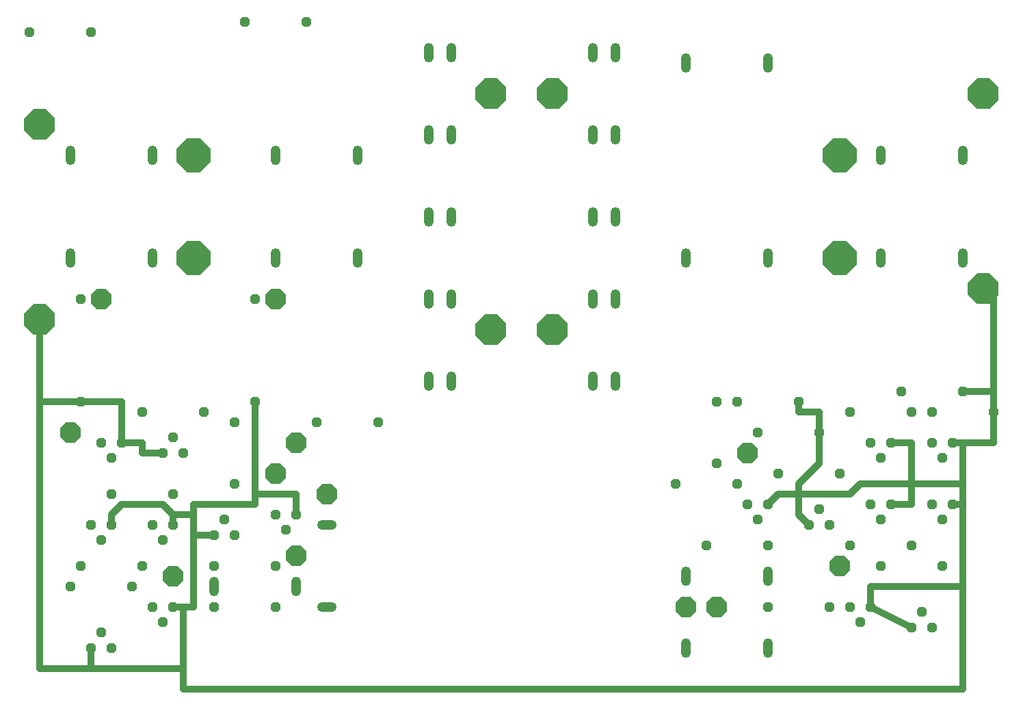
<source format=gbr>
G04 EasyPC Gerber Version 20.0.2 Build 4112 *
%FSLAX24Y24*%
%MOIN*%
%AMT13*0 Octagon Pad at angle 0*4,1,8,-0.00994,-0.02400,0.00994,-0.02400,0.02400,-0.00994,0.02400,0.00994,0.00994,0.02400,-0.00994,0.02400,-0.02400,0.00994,-0.02400,-0.00994,-0.00994,-0.02400,0*%
%ADD13T13*%
%AMT15*0 Octagon Pad at angle 0*4,1,8,-0.02071,-0.05000,0.02071,-0.05000,0.05000,-0.02071,0.05000,0.02071,0.02071,0.05000,-0.02071,0.05000,-0.05000,0.02071,-0.05000,-0.02071,-0.02071,-0.05000,0*%
%ADD15T15*%
%AMT16*0 Octagon Pad at angle 0*4,1,8,-0.03107,-0.07500,0.03107,-0.07500,0.07500,-0.03107,0.07500,0.03107,0.03107,0.07500,-0.03107,0.07500,-0.07500,0.03107,-0.07500,-0.03107,-0.03107,-0.07500,0*%
%ADD16T16*%
%AMT14*0 Octagon Pad at angle 0*4,1,8,-0.03396,-0.08200,0.03396,-0.08200,0.08200,-0.03396,0.08200,0.03396,0.03396,0.08200,-0.03396,0.08200,-0.08200,0.03396,-0.08200,-0.03396,-0.03396,-0.08200,0*%
%ADD14T14*%
%ADD10O,0.04800X0.09600*%
%ADD17O,0.09600X0.04800*%
%ADD18C,0.03200*%
X0Y0D02*
D02*
D10*
X3500Y26500D03*
Y31500D03*
X7500Y26500D03*
Y31500D03*
X10500Y10500D03*
X13500Y26500D03*
Y31500D03*
X14500Y10500D03*
X17500Y26500D03*
Y31500D03*
X20950Y20500D03*
Y24500D03*
Y28500D03*
Y32500D03*
Y36500D03*
X22050Y20500D03*
Y24500D03*
Y28500D03*
Y32500D03*
Y36500D03*
X28950Y20500D03*
Y24500D03*
Y28500D03*
Y32500D03*
Y36500D03*
X30050Y20500D03*
Y24500D03*
Y28500D03*
Y32500D03*
Y36500D03*
X33500Y7500D03*
Y11000D03*
Y26500D03*
Y36000D03*
X37500Y7500D03*
Y11000D03*
Y26500D03*
Y36000D03*
X43000Y26500D03*
Y31500D03*
X47000Y26500D03*
Y31500D03*
D02*
D13*
X1500Y37500D03*
X3500Y10500D03*
X4000Y11500D03*
Y19500D03*
Y24500D03*
X4500Y7500D03*
Y13500D03*
Y37500D03*
X5000Y8250D03*
Y12750D03*
Y17500D03*
X5500Y7500D03*
Y13500D03*
Y15000D03*
Y16750D03*
X6000Y17500D03*
X6500Y10500D03*
X7000Y11500D03*
Y19000D03*
X7500Y9500D03*
Y13500D03*
X8000Y8750D03*
Y12750D03*
Y17000D03*
X8500Y9500D03*
Y13500D03*
Y15000D03*
Y17750D03*
X9000Y17000D03*
X10000Y19000D03*
X10500Y9500D03*
Y11500D03*
Y13000D03*
X11000Y13750D03*
X11500Y13000D03*
Y15500D03*
Y18500D03*
X12000Y38000D03*
X12500Y19500D03*
Y24500D03*
X13500Y9500D03*
Y11500D03*
Y14000D03*
X14000Y13250D03*
X14500Y14000D03*
X15000Y38000D03*
X15500Y18500D03*
X18500D03*
X33000Y15500D03*
X34500Y12500D03*
X35000Y16500D03*
Y19500D03*
X36000Y15500D03*
Y19500D03*
X36500Y14500D03*
X37000Y13750D03*
Y18000D03*
X37500Y9500D03*
Y12500D03*
Y14500D03*
X38000Y16000D03*
X39000Y19500D03*
X39500Y13500D03*
X40000Y14250D03*
Y18000D03*
X40500Y9500D03*
Y13500D03*
X41000Y16000D03*
X41500Y9500D03*
Y12500D03*
Y19000D03*
X42000Y8750D03*
X42500Y9500D03*
Y14500D03*
Y17500D03*
X43000Y11500D03*
Y13750D03*
Y16750D03*
X43500Y14500D03*
Y17500D03*
X44000Y20000D03*
X44500Y8500D03*
Y12500D03*
Y19000D03*
X45000Y9250D03*
X45500Y8500D03*
Y14500D03*
Y17500D03*
Y19000D03*
X46000Y11500D03*
Y13750D03*
Y16750D03*
X46500Y14500D03*
Y17500D03*
X47000Y20000D03*
X48500Y19000D03*
D02*
D14*
X9500Y26500D03*
Y31500D03*
X41000Y26500D03*
Y31500D03*
D02*
D15*
X3500Y18000D03*
X5000Y24500D03*
X8500Y11000D03*
X13500Y16000D03*
Y24500D03*
X14500Y12000D03*
Y17500D03*
X16000Y15000D03*
X33500Y9500D03*
X35000D03*
X36500Y17000D03*
X41000Y11500D03*
D02*
D16*
X2000Y23500D03*
Y33000D03*
X24000Y23000D03*
Y34500D03*
X27000Y23000D03*
Y34500D03*
X48000Y25000D03*
Y34500D03*
D02*
D17*
X16000Y9500D03*
Y13500D03*
D02*
D18*
X2000Y19500D02*
Y23500D01*
X4000Y19500D02*
X2000D01*
X4500Y6500D02*
X2000D01*
Y19500*
X4500Y6500D02*
Y7500D01*
X5500Y13500D02*
Y14000D01*
X6000Y14500*
X8000*
X8500Y14000*
X6000Y17500D02*
Y19500D01*
X4000*
X8000Y17000D02*
X7000D01*
Y17500*
X6000*
X8500Y9500D02*
X9000D01*
X8500Y13500D02*
Y14000D01*
X9500*
X9000Y6500D02*
Y5500D01*
X47000*
Y10500*
X9000Y6500D02*
X4500D01*
X9000Y9500D02*
Y6500D01*
X9500Y13000D02*
Y9500D01*
X9000*
X9500Y13000D02*
Y14000D01*
X10500Y13000D02*
X9500D01*
X12500Y15000D02*
Y14500D01*
X9500*
Y14000*
X12500Y15000D02*
Y19500D01*
X14500Y14000D02*
Y15000D01*
X12500*
X37500Y14500D02*
X38000Y15000D01*
X39000*
X41500*
X42000Y15500*
X44500*
X39000Y15000D02*
Y14000D01*
X39500Y13500*
X39000Y15000D02*
Y15500D01*
X40000Y16500*
Y18000*
X39000Y19000D02*
Y19000D01*
Y19500D02*
Y19000D01*
X40000Y18000D02*
Y19000D01*
X39000*
X42500Y9500D02*
Y10500D01*
X47000*
X43500Y14500D02*
X44500D01*
Y15500*
Y8500D02*
X42500Y9500D01*
X44500Y15500D02*
X47000D01*
X44500D02*
Y17500D01*
X43500*
X46500Y14500D02*
X47000D01*
Y10500D02*
Y14500D01*
Y15500*
Y17500*
X46500*
X47000Y20000D02*
X48500D01*
Y19000D02*
Y20000D01*
Y19000D02*
X48500Y19000D01*
X48500Y19000D02*
Y17500D01*
X47000*
X48500Y20000D02*
Y25000D01*
X48000*
X0Y0D02*
M02*

</source>
